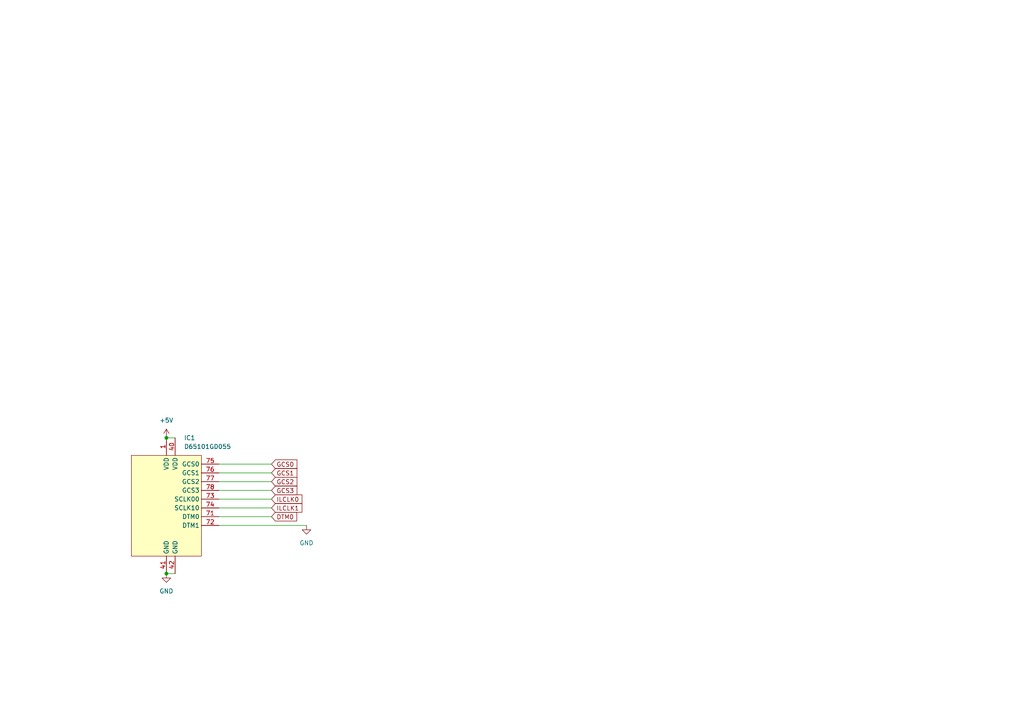
<source format=kicad_sch>
(kicad_sch (version 20230121) (generator eeschema)

  (uuid 97d03f61-f41b-4b3c-90e2-d568b4cd7d86)

  (paper "A4")

  (lib_symbols
    (symbol "88va_Library:GAL" (in_bom yes) (on_board yes)
      (property "Reference" "IC1" (at 5.08 5.08 0)
        (effects (font (size 1.27 1.27)) (justify left))
      )
      (property "Value" "D65101GD055\n" (at 5.08 2.54 0)
        (effects (font (size 1.27 1.27)) (justify left))
      )
      (property "Footprint" "88va_Library:QFP-160_27.8x27.8_Pitch0.65mm" (at 0 2.54 0)
        (effects (font (size 1.27 1.27)) hide)
      )
      (property "Datasheet" "" (at 0 2.54 0)
        (effects (font (size 1.27 1.27)) hide)
      )
      (symbol "GAL_1_1"
        (rectangle (start -10.16 0) (end 10.16 -29.21)
          (stroke (width 0) (type default))
          (fill (type background))
        )
        (pin power_in line (at 0 5.08 270) (length 5.08)
          (name "VDD" (effects (font (size 1.27 1.27))))
          (number "1" (effects (font (size 1.27 1.27))))
        )
        (pin power_in line (at 2.54 5.08 270) (length 5.08)
          (name "VDD" (effects (font (size 1.27 1.27))))
          (number "40" (effects (font (size 1.27 1.27))))
        )
        (pin power_in line (at 0 -34.29 90) (length 5.08)
          (name "GND" (effects (font (size 1.27 1.27))))
          (number "41" (effects (font (size 1.27 1.27))))
        )
        (pin power_in line (at 2.54 -34.29 90) (length 5.08)
          (name "GND" (effects (font (size 1.27 1.27))))
          (number "42" (effects (font (size 1.27 1.27))))
        )
        (pin input line (at 15.24 -17.78 180) (length 5.08)
          (name "DTM0" (effects (font (size 1.27 1.27))))
          (number "71" (effects (font (size 1.27 1.27))))
        )
        (pin input line (at 15.24 -20.32 180) (length 5.08)
          (name "DTM1" (effects (font (size 1.27 1.27))))
          (number "72" (effects (font (size 1.27 1.27))))
        )
        (pin input line (at 15.24 -12.7 180) (length 5.08)
          (name "SCLK00" (effects (font (size 1.27 1.27))))
          (number "73" (effects (font (size 1.27 1.27))))
        )
        (pin input line (at 15.24 -15.24 180) (length 5.08)
          (name "SCLK10" (effects (font (size 1.27 1.27))))
          (number "74" (effects (font (size 1.27 1.27))))
        )
        (pin input line (at 15.24 -2.54 180) (length 5.08)
          (name "GCS0" (effects (font (size 1.27 1.27))))
          (number "75" (effects (font (size 1.27 1.27))))
        )
        (pin input line (at 15.24 -5.08 180) (length 5.08)
          (name "GCS1" (effects (font (size 1.27 1.27))))
          (number "76" (effects (font (size 1.27 1.27))))
        )
        (pin input line (at 15.24 -7.62 180) (length 5.08)
          (name "GCS2" (effects (font (size 1.27 1.27))))
          (number "77" (effects (font (size 1.27 1.27))))
        )
        (pin input line (at 15.24 -10.16 180) (length 5.08)
          (name "GCS3" (effects (font (size 1.27 1.27))))
          (number "78" (effects (font (size 1.27 1.27))))
        )
      )
    )
    (symbol "power:+5V" (power) (pin_names (offset 0)) (in_bom yes) (on_board yes)
      (property "Reference" "#PWR" (at 0 -3.81 0)
        (effects (font (size 1.27 1.27)) hide)
      )
      (property "Value" "+5V" (at 0 3.556 0)
        (effects (font (size 1.27 1.27)))
      )
      (property "Footprint" "" (at 0 0 0)
        (effects (font (size 1.27 1.27)) hide)
      )
      (property "Datasheet" "" (at 0 0 0)
        (effects (font (size 1.27 1.27)) hide)
      )
      (property "ki_keywords" "global power" (at 0 0 0)
        (effects (font (size 1.27 1.27)) hide)
      )
      (property "ki_description" "Power symbol creates a global label with name \"+5V\"" (at 0 0 0)
        (effects (font (size 1.27 1.27)) hide)
      )
      (symbol "+5V_0_1"
        (polyline
          (pts
            (xy -0.762 1.27)
            (xy 0 2.54)
          )
          (stroke (width 0) (type default))
          (fill (type none))
        )
        (polyline
          (pts
            (xy 0 0)
            (xy 0 2.54)
          )
          (stroke (width 0) (type default))
          (fill (type none))
        )
        (polyline
          (pts
            (xy 0 2.54)
            (xy 0.762 1.27)
          )
          (stroke (width 0) (type default))
          (fill (type none))
        )
      )
      (symbol "+5V_1_1"
        (pin power_in line (at 0 0 90) (length 0) hide
          (name "+5V" (effects (font (size 1.27 1.27))))
          (number "1" (effects (font (size 1.27 1.27))))
        )
      )
    )
    (symbol "power:GND" (power) (pin_names (offset 0)) (in_bom yes) (on_board yes)
      (property "Reference" "#PWR" (at 0 -6.35 0)
        (effects (font (size 1.27 1.27)) hide)
      )
      (property "Value" "GND" (at 0 -3.81 0)
        (effects (font (size 1.27 1.27)))
      )
      (property "Footprint" "" (at 0 0 0)
        (effects (font (size 1.27 1.27)) hide)
      )
      (property "Datasheet" "" (at 0 0 0)
        (effects (font (size 1.27 1.27)) hide)
      )
      (property "ki_keywords" "global power" (at 0 0 0)
        (effects (font (size 1.27 1.27)) hide)
      )
      (property "ki_description" "Power symbol creates a global label with name \"GND\" , ground" (at 0 0 0)
        (effects (font (size 1.27 1.27)) hide)
      )
      (symbol "GND_0_1"
        (polyline
          (pts
            (xy 0 0)
            (xy 0 -1.27)
            (xy 1.27 -1.27)
            (xy 0 -2.54)
            (xy -1.27 -1.27)
            (xy 0 -1.27)
          )
          (stroke (width 0) (type default))
          (fill (type none))
        )
      )
      (symbol "GND_1_1"
        (pin power_in line (at 0 0 270) (length 0) hide
          (name "GND" (effects (font (size 1.27 1.27))))
          (number "1" (effects (font (size 1.27 1.27))))
        )
      )
    )
  )

  (junction (at 48.26 127) (diameter 0) (color 0 0 0 0)
    (uuid e292cc09-6486-4393-b234-17b67ae1674c)
  )
  (junction (at 48.26 166.37) (diameter 0) (color 0 0 0 0)
    (uuid e93835a6-8c8f-422e-b910-bb8b0dff10cf)
  )

  (wire (pts (xy 63.5 139.7) (xy 78.74 139.7))
    (stroke (width 0) (type default))
    (uuid 17102648-ea5a-472b-ad28-6afeaa440440)
  )
  (wire (pts (xy 63.5 147.32) (xy 78.74 147.32))
    (stroke (width 0) (type default))
    (uuid 425c1a91-e0bf-4a70-b769-6206bfe421be)
  )
  (wire (pts (xy 48.26 127) (xy 50.8 127))
    (stroke (width 0) (type default))
    (uuid 48e7b963-b614-4cf8-86c4-d81ff5926082)
  )
  (wire (pts (xy 63.5 149.86) (xy 78.74 149.86))
    (stroke (width 0) (type default))
    (uuid a7524e90-5987-411f-a592-a4de5a9d2131)
  )
  (wire (pts (xy 63.5 134.62) (xy 78.74 134.62))
    (stroke (width 0) (type default))
    (uuid b5c11ae4-8c0d-497e-b672-03293f01220b)
  )
  (wire (pts (xy 63.5 137.16) (xy 78.74 137.16))
    (stroke (width 0) (type default))
    (uuid c296edc5-5498-47b1-b86c-6c7856df881a)
  )
  (wire (pts (xy 63.5 142.24) (xy 78.74 142.24))
    (stroke (width 0) (type default))
    (uuid d9fdc6bd-29e0-4b23-a337-0004e4023281)
  )
  (wire (pts (xy 48.26 166.37) (xy 50.8 166.37))
    (stroke (width 0) (type default))
    (uuid e4fba13c-d844-4caf-8126-82493f7b4c29)
  )
  (wire (pts (xy 63.5 152.4) (xy 88.9 152.4))
    (stroke (width 0) (type default))
    (uuid f4a4cd4e-93f0-4c26-9048-6bc2f47ad92b)
  )
  (wire (pts (xy 63.5 144.78) (xy 78.74 144.78))
    (stroke (width 0) (type default))
    (uuid f50069ab-e68f-4a8b-9306-e5f06b1f9422)
  )

  (global_label "ILCLK0" (shape input) (at 78.74 144.78 0) (fields_autoplaced)
    (effects (font (size 1.27 1.27)) (justify left))
    (uuid 006eacb3-53e4-4099-af10-618679a367bf)
    (property "Intersheetrefs" "${INTERSHEET_REFS}" (at 88.1357 144.78 0)
      (effects (font (size 1.27 1.27)) (justify left) hide)
    )
  )
  (global_label "GCS2" (shape input) (at 78.74 139.7 0) (fields_autoplaced)
    (effects (font (size 1.27 1.27)) (justify left))
    (uuid 0a525e13-4456-4304-9a7b-3c18b9aa11fb)
    (property "Intersheetrefs" "${INTERSHEET_REFS}" (at 86.6842 139.7 0)
      (effects (font (size 1.27 1.27)) (justify left) hide)
    )
  )
  (global_label "DTM0" (shape input) (at 78.74 149.86 0) (fields_autoplaced)
    (effects (font (size 1.27 1.27)) (justify left))
    (uuid 1017af35-d4e8-4eca-a81a-e2fe32d14d1f)
    (property "Intersheetrefs" "${INTERSHEET_REFS}" (at 86.6237 149.86 0)
      (effects (font (size 1.27 1.27)) (justify left) hide)
    )
  )
  (global_label "GCS0" (shape input) (at 78.74 134.62 0) (fields_autoplaced)
    (effects (font (size 1.27 1.27)) (justify left))
    (uuid 48dfd09f-ed8d-4aa3-b4bf-c292621795b3)
    (property "Intersheetrefs" "${INTERSHEET_REFS}" (at 86.6842 134.62 0)
      (effects (font (size 1.27 1.27)) (justify left) hide)
    )
  )
  (global_label "GCS1" (shape input) (at 78.74 137.16 0) (fields_autoplaced)
    (effects (font (size 1.27 1.27)) (justify left))
    (uuid 91805f6c-62d7-4f07-9e49-b624a64706d8)
    (property "Intersheetrefs" "${INTERSHEET_REFS}" (at 86.6842 137.16 0)
      (effects (font (size 1.27 1.27)) (justify left) hide)
    )
  )
  (global_label "GCS3" (shape input) (at 78.74 142.24 0) (fields_autoplaced)
    (effects (font (size 1.27 1.27)) (justify left))
    (uuid d422cb7a-5a2a-4c71-8f63-023b4fc433b9)
    (property "Intersheetrefs" "${INTERSHEET_REFS}" (at 86.6842 142.24 0)
      (effects (font (size 1.27 1.27)) (justify left) hide)
    )
  )
  (global_label "ILCLK1" (shape input) (at 78.74 147.32 0) (fields_autoplaced)
    (effects (font (size 1.27 1.27)) (justify left))
    (uuid f4292115-4d34-4e7b-ae30-5c73f122f1ff)
    (property "Intersheetrefs" "${INTERSHEET_REFS}" (at 88.1357 147.32 0)
      (effects (font (size 1.27 1.27)) (justify left) hide)
    )
  )

  (symbol (lib_id "power:+5V") (at 48.26 127 0) (unit 1)
    (in_bom yes) (on_board yes) (dnp no) (fields_autoplaced)
    (uuid 552df9d2-5079-498c-84de-02319a4335a3)
    (property "Reference" "#PWR028" (at 48.26 130.81 0)
      (effects (font (size 1.27 1.27)) hide)
    )
    (property "Value" "+5V" (at 48.26 121.92 0)
      (effects (font (size 1.27 1.27)))
    )
    (property "Footprint" "" (at 48.26 127 0)
      (effects (font (size 1.27 1.27)) hide)
    )
    (property "Datasheet" "" (at 48.26 127 0)
      (effects (font (size 1.27 1.27)) hide)
    )
    (pin "1" (uuid be0fc73b-3899-4967-aad3-d4a12fc570c5))
    (instances
      (project "88va2-circuit"
        (path "/8cd193ae-a369-4130-9ba4-f2075fa60e2b/f59e7f94-cf7f-47b7-8dfe-df68bce2aad2"
          (reference "#PWR028") (unit 1)
        )
      )
    )
  )

  (symbol (lib_id "power:GND") (at 48.26 166.37 0) (unit 1)
    (in_bom yes) (on_board yes) (dnp no) (fields_autoplaced)
    (uuid 99d47f51-6948-49eb-b747-42a00530e214)
    (property "Reference" "#PWR029" (at 48.26 172.72 0)
      (effects (font (size 1.27 1.27)) hide)
    )
    (property "Value" "GND" (at 48.26 171.45 0)
      (effects (font (size 1.27 1.27)))
    )
    (property "Footprint" "" (at 48.26 166.37 0)
      (effects (font (size 1.27 1.27)) hide)
    )
    (property "Datasheet" "" (at 48.26 166.37 0)
      (effects (font (size 1.27 1.27)) hide)
    )
    (pin "1" (uuid e2a723bc-811b-4f31-9e5f-41ee948cd359))
    (instances
      (project "88va2-circuit"
        (path "/8cd193ae-a369-4130-9ba4-f2075fa60e2b/f59e7f94-cf7f-47b7-8dfe-df68bce2aad2"
          (reference "#PWR029") (unit 1)
        )
      )
    )
  )

  (symbol (lib_id "88va_Library:GAL") (at 48.26 132.08 0) (unit 1)
    (in_bom yes) (on_board yes) (dnp no) (fields_autoplaced)
    (uuid b9b8ac2e-a4f4-41ca-9029-372f1b6ea8d9)
    (property "Reference" "IC1" (at 53.34 127 0)
      (effects (font (size 1.27 1.27)) (justify left))
    )
    (property "Value" "D65101GD055\n" (at 53.34 129.54 0)
      (effects (font (size 1.27 1.27)) (justify left))
    )
    (property "Footprint" "88va_Library:QFP-160_27.8x27.8_Pitch0.65mm" (at 48.26 129.54 0)
      (effects (font (size 1.27 1.27)) hide)
    )
    (property "Datasheet" "" (at 48.26 129.54 0)
      (effects (font (size 1.27 1.27)) hide)
    )
    (pin "1" (uuid df608492-7dfd-4fa5-84cf-e527a0a47ce2))
    (pin "75" (uuid 4528c171-602c-4f67-9d70-38a70e4d699e))
    (pin "76" (uuid 748bcc68-b182-403e-bbed-5b83ad4f9ade))
    (pin "41" (uuid 23ded3a0-6f87-4a08-a9b8-76eecd7d90a7))
    (pin "77" (uuid 72f54680-7801-4b3a-9767-a2b4f174e36a))
    (pin "71" (uuid 3a35104c-6142-4da2-a847-614829c0f47e))
    (pin "73" (uuid 3285480c-c3d2-4e0b-8d4b-df7fdb0de763))
    (pin "74" (uuid b09abf28-fd7d-4531-a42a-28f5dbaee174))
    (pin "78" (uuid d1e074f0-eb82-49e7-828e-3493f3e09dac))
    (pin "72" (uuid edb36fde-a19a-419e-81fc-17cf255cdd05))
    (pin "42" (uuid 8abe551a-1a37-438f-a097-b45bf8f0d50c))
    (pin "40" (uuid 9c0660c9-dad2-46af-b53d-c1a55e3b64f0))
    (instances
      (project "88va2-circuit"
        (path "/8cd193ae-a369-4130-9ba4-f2075fa60e2b/f59e7f94-cf7f-47b7-8dfe-df68bce2aad2"
          (reference "IC1") (unit 1)
        )
      )
    )
  )

  (symbol (lib_id "power:GND") (at 88.9 152.4 0) (unit 1)
    (in_bom yes) (on_board yes) (dnp no) (fields_autoplaced)
    (uuid bb84dac1-0737-482d-93c0-1b5cdd16fbc8)
    (property "Reference" "#PWR030" (at 88.9 158.75 0)
      (effects (font (size 1.27 1.27)) hide)
    )
    (property "Value" "GND" (at 88.9 157.48 0)
      (effects (font (size 1.27 1.27)))
    )
    (property "Footprint" "" (at 88.9 152.4 0)
      (effects (font (size 1.27 1.27)) hide)
    )
    (property "Datasheet" "" (at 88.9 152.4 0)
      (effects (font (size 1.27 1.27)) hide)
    )
    (pin "1" (uuid 853f5df9-a812-4a49-add1-4f07bf744aed))
    (instances
      (project "88va2-circuit"
        (path "/8cd193ae-a369-4130-9ba4-f2075fa60e2b/f59e7f94-cf7f-47b7-8dfe-df68bce2aad2"
          (reference "#PWR030") (unit 1)
        )
      )
    )
  )
)

</source>
